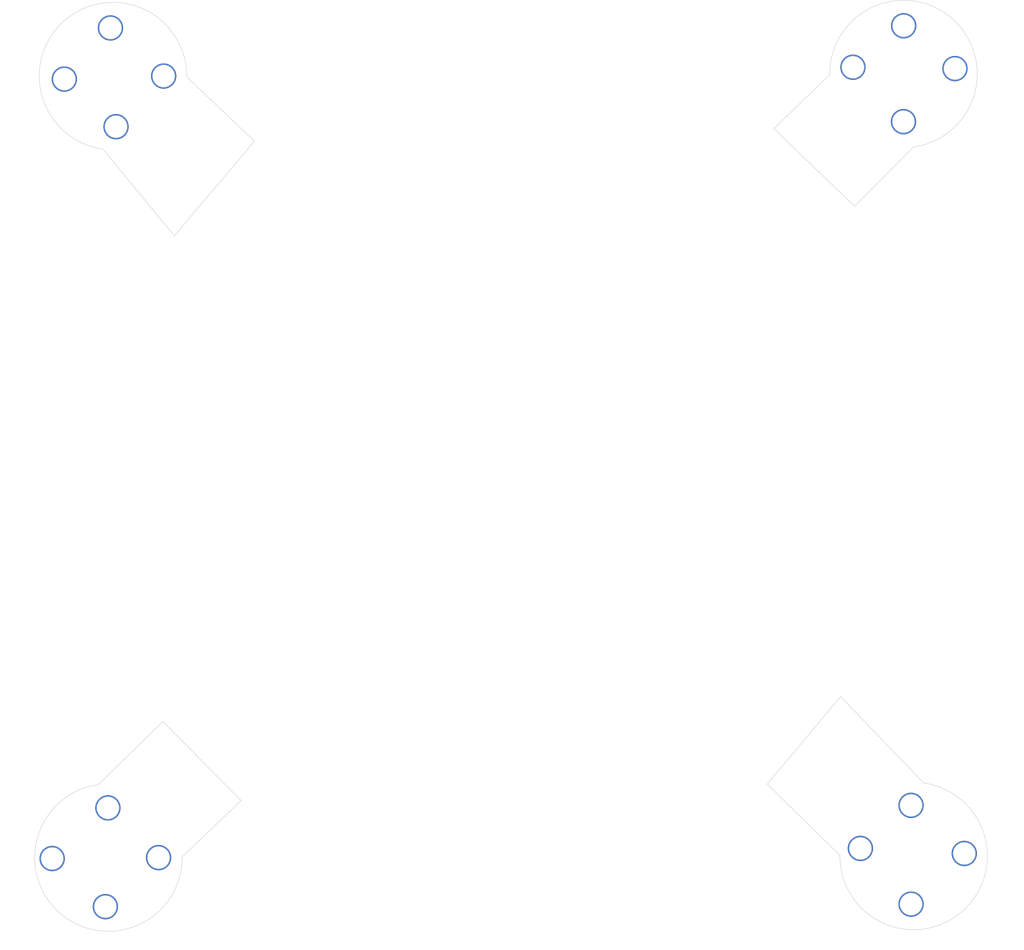
<source format=kicad_pcb>
(kicad_pcb (version 20241229) (generator "pcbnew") (generator_version "9.0")
  (layers (0 "F.Cu" signal) (2 "B.Cu" signal) (13 "F.Paste" user) (15 "B.Paste" user) (5 "F.SilkS" user "F.Silkscreen") (7 "B.SilkS" user "B.Silkscreen") (1 "F.Mask" user) (3 "B.Mask" user) (25 "Edge.Cuts" user))
  (net 0 "")
  (footprint "MountingHole:MountingHole_2.2mm_M2" (layer "F.Cu") (at 190.014379 54.12988)
    (property "Reference" "M_1_3" (hide yes))
    (property "Value" "MountingHole")
    (pad "" np_thru_hole circle (at 0 0) (size 2.5 2.5) (drill 2.2) (layers "*.Cu" "*.Mask"))
  )
  (footprint "MountingHole:MountingHole_2.2mm_M2" (layer "F.Cu") (at 116.25 137)
    (property "Reference" "M_3_3" (hide yes))
    (property "Value" "MountingHole")
    (pad "" np_thru_hole circle (at 0 0) (size 2.5 2.5) (drill 2.2) (layers "*.Cu" "*.Mask"))
  )
  (footprint "MountingHole:MountingHole_2.2mm_M2" (layer "F.Cu") (at 111 132.25)
    (property "Reference" "M_3_1" (hide yes))
    (property "Value" "MountingHole")
    (pad "" np_thru_hole circle (at 0 0) (size 2.5 2.5) (drill 2.2) (layers "*.Cu" "*.Mask"))
  )
  (footprint "MountingHole:MountingHole_2.2mm_M2" (layer "F.Cu") (at 191.75 131.25)
    (property "Reference" "M_2_4" (hide yes))
    (property "Value" "MountingHole")
    (pad "" np_thru_hole circle (at -1 0) (size 2.5 2.5) (drill 2.2) (layers "*.Cu" "*.Mask"))
  )
  (footprint "MountingHole:MountingHole_2.2mm_M2" (layer "F.Cu") (at 196.5 137.25)
    (property "Reference" "M_2_3" (hide yes))
    (property "Value" "MountingHole")
    (pad "" np_thru_hole circle (at -0.75 -0.5) (size 2.5 2.5) (drill 2.2) (layers "*.Cu" "*.Mask"))
  )
  (footprint "MountingHole:MountingHole_2.2mm_M2" (layer "F.Cu") (at 121.5 132.158893)
    (property "Reference" "M_3_4" (hide yes))
    (property "Value" "MountingHole")
    (pad "" np_thru_hole circle (at 0 0) (size 2.5 2.5) (drill 2.2) (layers "*.Cu" "*.Mask"))
  )
  (footprint "MountingHole:MountingHole_2.2mm_M2" (layer "F.Cu") (at 117 60.25)
    (property "Reference" "M_4_4" (hide yes))
    (property "Value" "MountingHole")
    (pad "" np_thru_hole circle (at 0.3 -0.25) (size 2.5 2.5) (drill 2.2) (layers "*.Cu" "*.Mask"))
  )
  (footprint "MountingHole:MountingHole_2.2mm_M2" (layer "F.Cu") (at 116.75 50.25)
    (property "Reference" "M_4_1" (hide yes))
    (property "Value" "MountingHole")
    (pad "" np_thru_hole circle (at 0 0) (size 2.5 2.5) (drill 2.2) (layers "*.Cu" "*.Mask"))
  )
  (footprint "MountingHole:MountingHole_2.2mm_M2" (layer "F.Cu") (at 201.75 131.4)
    (property "Reference" "M_2_2" (hide yes))
    (property "Value" "MountingHole")
    (pad "" np_thru_hole circle (at -0.75 0.35) (size 2.5 2.5) (drill 2.2) (layers "*.Cu" "*.Mask"))
  )
  (footprint "MountingHole:MountingHole_2.2mm_M2" (layer "F.Cu") (at 196.25 127.5)
    (property "Reference" "M_2_1" (hide yes))
    (property "Value" "MountingHole")
    (pad "" np_thru_hole circle (at -0.5 -0.5) (size 2.5 2.5) (drill 2.2) (layers "*.Cu" "*.Mask"))
  )
  (footprint "MountingHole:MountingHole_5.5mm" (layer "F.Cu") (at 196.75 132.75)
    (property "Reference" "M2_center1" (hide yes))
    (property "Value" "MountingHole")
    (pad "" np_thru_hole circle (at -0.75 -0.75) (size 5.5 5.5) (drill 5.5) (layers "*.Cu" "*.Mask"))
  )
  (footprint "MountingHole:MountingHole_2.2mm_M2" (layer "F.Cu") (at 200.287968 54.259925)
    (property "Reference" "M_1_2" (hide yes))
    (property "Value" "MountingHole")
    (pad "" np_thru_hole circle (at -0.207968 0) (size 2.5 2.5) (drill 2.2) (layers "*.Cu" "*.Mask"))
  )
  (footprint "MountingHole:MountingHole_2.2mm_M2" (layer "F.Cu") (at 194.703926 60.157936)
    (property "Reference" "M_1_4" (hide yes))
    (property "Value" "MountingHole")
    (pad "" np_thru_hole circle (at 0.296074 -0.657936) (size 2.5 2.5) (drill 2.2) (layers "*.Cu" "*.Mask"))
  )
  (footprint "MountingHole:MountingHole_5.5mm" (layer "F.Cu") (at 117 55)
    (property "Reference" "M4_center1" (hide yes))
    (property "Value" "MountingHole")
    (pad "" np_thru_hole circle (at 0 0) (size 5.5 5.5) (drill 5.5) (layers "*.Cu" "*.Mask"))
  )
  (footprint "MountingHole:MountingHole_5.5mm" (layer "F.Cu") (at 195 54.788897)
    (property "Reference" "M1_center1" (hide yes))
    (property "Value" "MountingHole")
    (pad "" np_thru_hole circle (at 0 0) (size 5.5 5.5) (drill 5.5) (layers "*.Cu" "*.Mask"))
  )
  (footprint "MountingHole:MountingHole_2.2mm_M2" (layer "F.Cu") (at 122.25 54.25)
    (property "Reference" "M_4_3" (hide yes))
    (property "Value" "MountingHole")
    (pad "" np_thru_hole circle (at -0.25 0.75) (size 2.5 2.5) (drill 2.2) (layers "*.Cu" "*.Mask"))
  )
  (footprint "MountingHole:MountingHole_5.5mm" (layer "F.Cu") (at 116.551068 132.158893)
    (property "Reference" "M3_center1" (hide yes))
    (property "Value" "MountingHole")
    (pad "" np_thru_hole circle (at 0 0) (size 5.5 5.5) (drill 5.5) (layers "*.Cu" "*.Mask"))
  )
  (footprint "MountingHole:MountingHole_2.2mm_M2" (layer "F.Cu") (at 194.521128 49.533448)
    (property "Reference" "M_1_1" (hide yes))
    (property "Value" "MountingHole")
    (pad "" np_thru_hole circle (at 0.5 0.5) (size 2.5 2.5) (drill 2.2) (layers "*.Cu" "*.Mask"))
  )
  (footprint "MountingHole:MountingHole_2.2mm_M2" (layer "F.Cu") (at 112.5 55.5)
    (property "Reference" "M_4_2" (hide yes))
    (property "Value" "MountingHole")
    (pad "" np_thru_hole circle (at -0.3 -0.2) (size 2.5 2.5) (drill 2.2) (layers "*.Cu" "*.Mask"))
  )
  (footprint "MountingHole:MountingHole_2.2mm_M2" (layer "F.Cu") (at 116.5 127.25)
    (property "Reference" "M_3_2" (hide yes))
    (property "Value" "MountingHole")
    (pad "" np_thru_hole circle (at 0 0) (size 2.5 2.5) (drill 2.2) (layers "*.Cu" "*.Mask"))
  )
  (gr_line (start 129.643109 126.524102) (end 121.923229 118.726987) (stroke (width 0.05)) (layer "Edge.Cuts"))
  (gr_arc (start 116.000829 62.205143) (mid 112.249932 49.490982) (end 124.273737 55.071953) (stroke (width 0.05)) (layer "Edge.Cuts"))
  (gr_line (start 129.643109 126.524102) (end 123.824805 132.08694) (stroke (width 0.05)) (layer "Edge.Cuts"))
  (gr_line (start 124.273737 55.071953) (end 130.953038 61.431908) (stroke (width 0.05)) (layer "Edge.Cuts"))
  (gr_line (start 188.795641 116.26321) (end 196.999173 124.794857) (stroke (width 0.05)) (layer "Edge.Cuts"))
  (gr_arc (start 187.726263 54.86085) (mid 199.750067 49.279878) (end 195.999173 61.99404) (stroke (width 0.05)) (layer "Edge.Cuts"))
  (gr_arc (start 123.824805 132.08694) (mid 111.801001 137.667912) (end 115.551895 124.95375) (stroke (width 0.05)) (layer "Edge.Cuts"))
  (gr_line (start 181.553348 124.900388) (end 188.726263 131.928047) (stroke (width 0.05)) (layer "Edge.Cuts"))
  (gr_line (start 181.553348 124.900388) (end 188.795641 116.26321) (stroke (width 0.05)) (layer "Edge.Cuts"))
  (gr_line (start 195.999185 61.99404) (end 190.16734 67.85102) (stroke (width 0.05)) (layer "Edge.Cuts"))
  (gr_line (start 116.000829 62.205143) (end 123.054703 70.776217) (stroke (width 0.05)) (layer "Edge.Cuts"))
  (gr_line (start 182.211989 60.184976) (end 190.16734 67.85102) (stroke (width 0.05)) (layer "Edge.Cuts"))
  (gr_line (start 187.726263 54.86085) (end 182.211989 60.184976) (stroke (width 0.05)) (layer "Edge.Cuts"))
  (gr_line (start 130.953038 61.431908) (end 123.054703 70.776217) (stroke (width 0.05)) (layer "Edge.Cuts"))
  (gr_arc (start 196.999173 124.794857) (mid 200.750067 137.509019) (end 188.726263 131.928047) (stroke (width 0.05)) (layer "Edge.Cuts"))
  (gr_line (start 121.923229 118.726987) (end 115.551895 124.95375) (stroke (width 0.05)) (layer "Edge.Cuts"))
  (gr_text "" (at 149.4 100.04 0) (layer "F.Cu") (effects (font (size 0.93472 0.93472) (thickness 0.08128)) (justify left bottom)))
)
</source>
